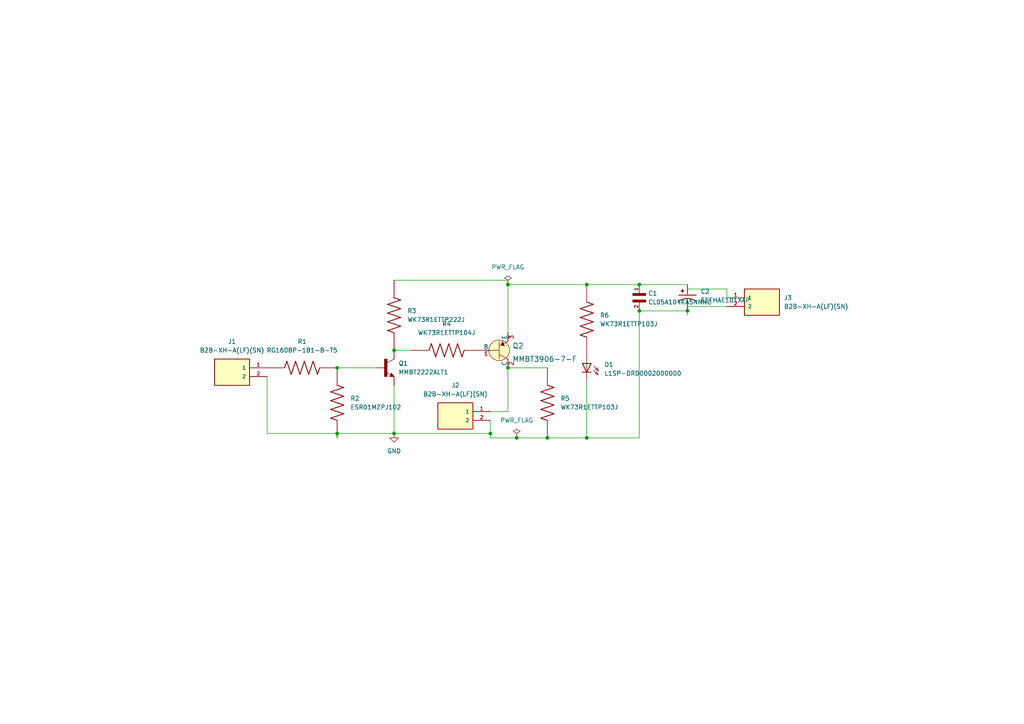
<source format=kicad_sch>
(kicad_sch (version 20211123) (generator eeschema)
  (paper "A4")
  (title_block (title "ASSIGNMENT-2") (date "2022-04-07") (rev "0.1") (company "SDEP"))
  (lib_symbols
    (symbol "B2B-XH-A_LF__SN_:B2B-XH-A(LF)(SN)" (pin_names (offset 1.016))
      (property "Reference" "J" (at -5.08 3.048 0))
      (property "Value" "B2B-XH-A(LF)(SN)" (at -5.08 -7.62 0))
      (symbol "B2B-XH-A(LF)(SN)_0_0"
        (rectangle (start -5.08 -5.08) (end 5.08 2.54) (stroke (width 0.254)) (fill (type background)))
        (pin passive line (at -10.16 0 0) (length 5.08) (name "1") (number "1"))
        (pin passive line (at -10.16 -2.54 0) (length 5.08) (name "2") (number "2"))
      )
    )
    (symbol "CL05A104KA5NNNC:CL05A104KA5NNNC" (pin_names (offset 1.016) hide)
      (property "Reference" "C" (at 0 3.81 0))
      (property "Value" "CL05A104KA5NNNC" (at 0 -5.08 0))
      (symbol "CL05A104KA5NNNC_0_0"
        (rectangle (start 0 -1.905) (end 0.635 1.905) (fill (type outline)))
        (rectangle (start 1.905 -1.905) (end 2.54 1.905) (fill (type outline)))
        (pin passive line (at 5.08 0 180) (length 2.54) (name "~") (number "1"))
        (pin passive line (at -2.54 0 0) (length 2.54) (name "~") (number "2"))
      )
    )
    (symbol "EEEHAE101XAP:EEEHAE101XAP" (pin_numbers hide) (pin_names (offset 1.016) hide)
      (property "Reference" "C" (at -2.54 3.81 0))
      (property "Value" "EEEHAE101XAP" (at -2.54 -5.08 0))
      (symbol "EEEHAE101XAP_0_0"
        (rectangle (start -1.1684 -1.524) (end -0.2794 -1.397) (fill (type outline)))
        (rectangle (start -0.7874 -1.905) (end -0.6604 -1.016) (fill (type outline)))
        (polyline (pts (xy 0 0) (xy 0.508 0)) (stroke (width 0.1524)))
        (polyline (pts (xy 0.508 0) (xy 0.508 -2.54)) (stroke (width 0.254)))
        (polyline (pts (xy 0.508 2.54) (xy 0.508 0)) (stroke (width 0.254)))
        (polyline (pts (xy 2.54 0) (xy 1.524 0)) (stroke (width 0.1524)))
        (arc (start 2.286 2.54) (mid 1.486 0) (end 2.286 -2.54) (stroke (width 0.254)))
        (pin passive line (at -2.54 0 0) (length 2.54) (name "~") (number "1"))
        (pin passive line (at 5.08 0 180) (length 2.54) (name "~") (number "2"))
      )
    )
    (symbol "ESR01MZPJ102:ESR01MZPJ102" (pin_numbers hide) (pin_names (offset 1.016) hide)
      (property "Reference" "R" (at -7.62 2.54 0))
      (property "Value" "ESR01MZPJ102" (at -7.62 -5.08 0))
      (symbol "ESR01MZPJ102_0_0"
        (polyline (pts (xy -5.08 0) (xy -4.445 1.905)) (stroke (width 0.254)))
        (polyline (pts (xy -4.445 1.905) (xy -3.175 -1.905)) (stroke (width 0.254)))
        (polyline (pts (xy -3.175 -1.905) (xy -1.905 1.905)) (stroke (width 0.254)))
        (polyline (pts (xy -1.905 1.905) (xy -0.635 -1.905)) (stroke (width 0.254)))
        (polyline (pts (xy -0.635 -1.905) (xy 0.635 1.905)) (stroke (width 0.254)))
        (polyline (pts (xy 0.635 1.905) (xy 1.905 -1.905)) (stroke (width 0.254)))
        (polyline (pts (xy 1.905 -1.905) (xy 3.175 1.905)) (stroke (width 0.254)))
        (polyline (pts (xy 3.175 1.905) (xy 4.445 -1.905)) (stroke (width 0.254)))
        (polyline (pts (xy 4.445 -1.905) (xy 5.08 0)) (stroke (width 0.254)))
        (pin passive line (at -10.16 0 0) (length 5.08) (name "~") (number "1"))
        (pin passive line (at 10.16 0 180) (length 5.08) (name "~") (number "2"))
      )
    )
    (symbol "L1SP-DRD0002000000:L1SP-DRD0002000000" (pin_numbers hide) (pin_names (offset 1.016) hide)
      (property "Reference" "D" (at -5.08 5.08 0))
      (property "Value" "L1SP-DRD0002000000" (at -5.08 -5.08 0))
      (symbol "L1SP-DRD0002000000_0_0"
        (polyline (pts (xy -2.54 -1.27) (xy -2.54 0)) (stroke (width 0.254)))
        (polyline (pts (xy -2.54 -1.27) (xy 0 0)) (stroke (width 0.254)))
        (polyline (pts (xy -2.54 0) (xy -2.54 1.27)) (stroke (width 0.254)))
        (polyline (pts (xy -2.54 0) (xy 0 0)) (stroke (width 0.1524)))
        (polyline (pts (xy -1.778 2.032) (xy -0.381 3.429)) (stroke (width 0.1524)))
        (polyline (pts (xy -0.635 1.905) (xy 0.762 3.302)) (stroke (width 0.1524)))
        (polyline (pts (xy 0 -1.27) (xy 0 0)) (stroke (width 0.254)))
        (polyline (pts (xy 0 0) (xy -2.54 1.27)) (stroke (width 0.254)))
        (polyline (pts (xy 0 0) (xy 0 1.27)) (stroke (width 0.254)))
        (polyline (pts (xy -0.381 3.429) (xy -1.27 3.048) (xy -0.762 2.54) (xy -0.381 3.429)) (stroke (width 0.1524)) (fill (type background)))
        (polyline (pts (xy 0.762 3.302) (xy -0.127 2.921) (xy 0.381 2.413) (xy 0.762 3.302)) (stroke (width 0.1524)) (fill (type background)))
        (pin passive line (at -5.08 0 0) (length 2.54) (name "~") (number "A"))
        (pin passive line (at 2.54 0 180) (length 2.54) (name "~") (number "K"))
      )
    )
    (symbol "MMBT2222ALT1:MMBT2222ALT1" (pin_numbers hide) (pin_names (offset 1.016) hide)
      (property "Reference" "Q" (at -10.16 7.62 0))
      (property "Value" "MMBT2222ALT1" (at -10.16 -7.62 0))
      (symbol "MMBT2222ALT1_0_0"
        (rectangle (start -0.254 -2.54) (end 0.508 2.54) (fill (type outline)))
        (polyline (pts (xy 1.27 -2.54) (xy 1.778 -1.524)) (stroke (width 0.1524)))
        (polyline (pts (xy 1.524 -2.413) (xy 2.286 -2.413)) (stroke (width 0.254)))
        (polyline (pts (xy 1.524 -2.286) (xy 1.905 -2.286)) (stroke (width 0.254)))
        (polyline (pts (xy 1.5494 -2.032) (xy 0.3048 -1.4224)) (stroke (width 0.1524)))
        (polyline (pts (xy 1.778 -1.778) (xy 1.524 -2.286)) (stroke (width 0.254)))
        (polyline (pts (xy 1.778 -1.524) (xy 2.54 -2.54)) (stroke (width 0.1524)))
        (polyline (pts (xy 1.905 -2.286) (xy 1.778 -2.032)) (stroke (width 0.254)))
        (polyline (pts (xy 2.286 -2.413) (xy 1.778 -1.778)) (stroke (width 0.254)))
        (polyline (pts (xy 2.54 -2.54) (xy 1.27 -2.54)) (stroke (width 0.1524)))
        (polyline (pts (xy 2.54 2.54) (xy 0.508 1.524)) (stroke (width 0.1524)))
        (pin passive line (at -2.54 0 0) (length 2.54) (name "~") (number "1"))
        (pin passive line (at 2.54 -5.08 90) (length 2.54) (name "~") (number "2"))
        (pin passive line (at 2.54 5.08 270) (length 2.54) (name "~") (number "3"))
      )
    )
    (symbol "RG1608P-181-B-T5:RG1608P-181-B-T5" (pin_numbers hide) (pin_names (offset 1.016) hide)
      (property "Reference" "R" (at -7.62 2.54 0))
      (property "Value" "RG1608P-181-B-T5" (at -7.62 -5.08 0))
      (symbol "RG1608P-181-B-T5_0_0"
        (polyline (pts (xy -5.08 0) (xy -4.445 1.905)) (stroke (width 0.254)))
        (polyline (pts (xy -4.445 1.905) (xy -3.175 -1.905)) (stroke (width 0.254)))
        (polyline (pts (xy -3.175 -1.905) (xy -1.905 1.905)) (stroke (width 0.254)))
        (polyline (pts (xy -1.905 1.905) (xy -0.635 -1.905)) (stroke (width 0.254)))
        (polyline (pts (xy -0.635 -1.905) (xy 0.635 1.905)) (stroke (width 0.254)))
        (polyline (pts (xy 0.635 1.905) (xy 1.905 -1.905)) (stroke (width 0.254)))
        (polyline (pts (xy 1.905 -1.905) (xy 3.175 1.905)) (stroke (width 0.254)))
        (polyline (pts (xy 3.175 1.905) (xy 4.445 -1.905)) (stroke (width 0.254)))
        (polyline (pts (xy 4.445 -1.905) (xy 5.08 0)) (stroke (width 0.254)))
        (pin passive line (at -10.16 0 0) (length 5.08) (name "~") (number "1"))
        (pin passive line (at 10.16 0 180) (length 5.08) (name "~") (number "2"))
      )
    )
    (symbol "WK73R1ETTP103J:WK73R1ETTP103J" (pin_numbers hide) (pin_names (offset 1.016) hide)
      (property "Reference" "R" (at -7.62 2.54 0))
      (property "Value" "WK73R1ETTP103J" (at -7.62 -5.08 0))
      (symbol "WK73R1ETTP103J_0_0"
        (polyline (pts (xy -5.08 0) (xy -4.445 1.905)) (stroke (width 0.254)))
        (polyline (pts (xy -4.445 1.905) (xy -3.175 -1.905)) (stroke (width 0.254)))
        (polyline (pts (xy -3.175 -1.905) (xy -1.905 1.905)) (stroke (width 0.254)))
        (polyline (pts (xy -1.905 1.905) (xy -0.635 -1.905)) (stroke (width 0.254)))
        (polyline (pts (xy -0.635 -1.905) (xy 0.635 1.905)) (stroke (width 0.254)))
        (polyline (pts (xy 0.635 1.905) (xy 1.905 -1.905)) (stroke (width 0.254)))
        (polyline (pts (xy 1.905 -1.905) (xy 3.175 1.905)) (stroke (width 0.254)))
        (polyline (pts (xy 3.175 1.905) (xy 4.445 -1.905)) (stroke (width 0.254)))
        (polyline (pts (xy 4.445 -1.905) (xy 5.08 0)) (stroke (width 0.254)))
        (pin passive line (at -10.16 0 0) (length 5.08) (name "~") (number "1"))
        (pin passive line (at 10.16 0 180) (length 5.08) (name "~") (number "2"))
      )
    )
    (symbol "WK73R1ETTP104J:WK73R1ETTP104J" (pin_numbers hide) (pin_names (offset 1.016) hide)
      (property "Reference" "R" (at -7.62 2.54 0))
      (property "Value" "WK73R1ETTP104J" (at -7.62 -5.08 0))
      (symbol "WK73R1ETTP104J_0_0"
        (polyline (pts (xy -5.08 0) (xy -4.445 1.905)) (stroke (width 0.254)))
        (polyline (pts (xy -4.445 1.905) (xy -3.175 -1.905)) (stroke (width 0.254)))
        (polyline (pts (xy -3.175 -1.905) (xy -1.905 1.905)) (stroke (width 0.254)))
        (polyline (pts (xy -1.905 1.905) (xy -0.635 -1.905)) (stroke (width 0.254)))
        (polyline (pts (xy -0.635 -1.905) (xy 0.635 1.905)) (stroke (width 0.254)))
        (polyline (pts (xy 0.635 1.905) (xy 1.905 -1.905)) (stroke (width 0.254)))
        (polyline (pts (xy 1.905 -1.905) (xy 3.175 1.905)) (stroke (width 0.254)))
        (polyline (pts (xy 3.175 1.905) (xy 4.445 -1.905)) (stroke (width 0.254)))
        (polyline (pts (xy 4.445 -1.905) (xy 5.08 0)) (stroke (width 0.254)))
        (pin passive line (at -10.16 0 0) (length 5.08) (name "~") (number "1"))
        (pin passive line (at 10.16 0 180) (length 5.08) (name "~") (number "2"))
      )
    )
    (symbol "WK73R1ETTP222J:WK73R1ETTP222J" (pin_numbers hide) (pin_names (offset 1.016) hide)
      (property "Reference" "R" (at -7.62 2.54 0))
      (property "Value" "WK73R1ETTP222J" (at -7.62 -5.08 0))
      (symbol "WK73R1ETTP222J_0_0"
        (polyline (pts (xy -5.08 0) (xy -4.445 1.905)) (stroke (width 0.254)))
        (polyline (pts (xy -4.445 1.905) (xy -3.175 -1.905)) (stroke (width 0.254)))
        (polyline (pts (xy -3.175 -1.905) (xy -1.905 1.905)) (stroke (width 0.254)))
        (polyline (pts (xy -1.905 1.905) (xy -0.635 -1.905)) (stroke (width 0.254)))
        (polyline (pts (xy -0.635 -1.905) (xy 0.635 1.905)) (stroke (width 0.254)))
        (polyline (pts (xy 0.635 1.905) (xy 1.905 -1.905)) (stroke (width 0.254)))
        (polyline (pts (xy 1.905 -1.905) (xy 3.175 1.905)) (stroke (width 0.254)))
        (polyline (pts (xy 3.175 1.905) (xy 4.445 -1.905)) (stroke (width 0.254)))
        (polyline (pts (xy 4.445 -1.905) (xy 5.08 0)) (stroke (width 0.254)))
        (pin passive line (at -10.16 0 0) (length 5.08) (name "~") (number "1"))
        (pin passive line (at 10.16 0 180) (length 5.08) (name "~") (number "2"))
      )
    )
    (symbol "dk_Transistors-Bipolar-BJT-Single:MMBT3906-7-F" (pin_names (offset 0))
      (property "Reference" "Q" (at -2.3876 3.9116 0))
      (property "Value" "MMBT3906-7-F" (at 5.08 0 90))
      (symbol "MMBT3906-7-F_0_1"
        (polyline (pts (xy -3.81 0) (xy -2.54 0)))
        (polyline (pts (xy -3.556 0) (xy 0 0)))
        (polyline (pts (xy 0 -1.27) (xy 2.54 -2.54)))
        (polyline (pts (xy 0 1.27) (xy 2.54 2.54)))
        (polyline (pts (xy 0 2.54) (xy 0 -2.54)))
        (polyline (pts (xy 1.016 2.54) (xy 0.508 1.524) (xy 1.524 1.27) (xy 1.016 2.54)) (fill (type outline)))
        (circle (center 0 0) (radius 2.9972) (fill (type background)))
      )
      (symbol "MMBT3906-7-F_1_1"
        (pin input line (at -5.08 0 0) (length 2.54) (name "B") (number "1"))
        (pin passive line (at 2.54 -5.08 90) (length 2.54) (name "C") (number "2"))
        (pin passive line (at 2.54 5.08 270) (length 2.54) (name "E") (number "3"))
      )
    )
    (symbol "power:GND" (power) (pin_names (offset 0))
      (property "Value" "GND" (at 0 -3.81 0))
      (symbol "GND_0_1"
        (polyline (pts (xy 0 0) (xy 0 -1.27) (xy 1.27 -1.27) (xy 0 -2.54) (xy -1.27 -1.27) (xy 0 -1.27)))
      )
      (symbol "GND_1_1"
        (pin power_in line (at 0 0 270) (length 0) hide (name "GND") (number "1"))
      )
    )
    (symbol "power:PWR_FLAG" (power) (pin_numbers hide) (pin_names (offset 0) hide)
      (property "Value" "PWR_FLAG" (at 0 3.81 0))
      (symbol "PWR_FLAG_0_0"
        (pin power_out line (at 0 0 90) (length 0) (name "pwr") (number "1"))
      )
      (symbol "PWR_FLAG_0_1"
        (polyline (pts (xy 0 0) (xy 0 1.27) (xy -1.016 1.905) (xy 0 2.54) (xy 1.016 1.905) (xy 0 1.27)))
      )
    )
  )
  (junction (at 147.32 82.55))
  (junction (at 170.18 127))
  (junction (at 114.3 125.73))
  (junction (at 97.79 125.73))
  (junction (at 199.39 90.17))
  (junction (at 185.42 90.17))
  (junction (at 158.75 127))
  (junction (at 149.86 127))
  (junction (at 142.24 125.73))
  (junction (at 185.42 82.55))
  (junction (at 147.32 106.68))
  (junction (at 97.79 106.68))
  (junction (at 114.3 101.6))
  (junction (at 170.18 82.55))
  (wire (pts (xy 158.75 127) (xy 170.18 127)))
  (wire (pts (xy 147.32 81.28) (xy 147.32 82.55)))
  (wire (pts (xy 199.39 90.17) (xy 185.42 90.17)))
  (wire (pts (xy 170.18 110.49) (xy 170.18 127)))
  (wire (pts (xy 149.86 127) (xy 142.24 127)))
  (wire (pts (xy 170.18 82.55) (xy 185.42 82.55)))
  (wire (pts (xy 97.79 125.73) (xy 77.47 125.73)))
  (wire (pts (xy 147.32 82.55) (xy 170.18 82.55)))
  (wire (pts (xy 114.3 111.76) (xy 114.3 125.73)))
  (wire (pts (xy 147.32 82.55) (xy 147.32 96.52)))
  (wire (pts (xy 77.47 125.73) (xy 77.47 109.22)))
  (wire (pts (xy 142.24 121.92) (xy 142.24 125.73)))
  (wire (pts (xy 147.32 119.38) (xy 142.24 119.38)))
  (wire (pts (xy 97.79 125.73) (xy 97.79 127)))
  (wire (pts (xy 158.75 106.68) (xy 147.32 106.68)))
  (wire (pts (xy 210.82 88.9) (xy 199.39 88.9)))
  (wire (pts (xy 199.39 88.9) (xy 199.39 90.17)))
  (wire (pts (xy 97.79 106.68) (xy 109.22 106.68)))
  (wire (pts (xy 185.42 82.55) (xy 199.39 82.55)))
  (wire (pts (xy 185.42 127) (xy 185.42 90.17)))
  (wire (pts (xy 114.3 125.73) (xy 142.24 125.73)))
  (wire (pts (xy 147.32 106.68) (xy 147.32 119.38)))
  (wire (pts (xy 114.3 81.28) (xy 147.32 81.28)))
  (wire (pts (xy 170.18 127) (xy 185.42 127)))
  (wire (pts (xy 199.39 91.44) (xy 199.39 90.17)))
  (wire (pts (xy 119.38 101.6) (xy 114.3 101.6)))
  (wire (pts (xy 199.39 83.82) (xy 210.82 83.82)))
  (wire (pts (xy 158.75 127) (xy 149.86 127)))
  (wire (pts (xy 210.82 83.82) (xy 210.82 86.36)))
  (wire (pts (xy 142.24 127) (xy 142.24 125.73)))
  (wire (pts (xy 97.79 125.73) (xy 114.3 125.73)))
  (symbol (lib_id "dk_Transistors-Bipolar-BJT-Single:MMBT3906-7-F") (at 144.78 101.6 0) (unit 1)
    (property "Reference" "Q2" (at 148.59 100.33 0) (effects (font (size 1.524 1.524)) (justify left)))
    (property "Value" "MMBT3906-7-F" (at 148.59 104.14 0) (effects (font (size 1.524 1.524)) (justify left)))
    (property "Footprint" "MMBT3906-7-F:SOT103P240X110-3N" (effects hide))
    (property "Datasheet" "https://media.digikey.com/pdf/Data%20Sheets/Diodes%20PDFs/MMBT3906.pdf" (effects hide))
    (property "Digi-Key_PN" "MMBT3906-FDICT-ND" (effects hide))
    (property "MPN" "MMBT3906-7-F" (effects hide))
    (property "Category" "Discrete Semiconductor Products" (effects hide))
    (property "Family" "Transistors - Bipolar (BJT) - Single" (effects hide))
    (property "DK_Datasheet_Link" "https://media.digikey.com/pdf/Data%20Sheets/Diodes%20PDFs/MMBT3906.pdf" (effects hide))
    (property "DK_Detail_Page" "/product-detail/en/diodes-incorporated/MMBT3906-7-F/MMBT3906-FDICT-ND/822858" (effects hide))
    (property "Description" "TRANS PNP 40V 0.2A SOT23-3" (effects hide))
    (property "Manufacturer" "Diodes Incorporated" (effects hide))
    (property "Status" "Active" (effects hide))
  )
  (symbol (lib_id "power:GND") (at 114.3 125.73 0) (unit 1)
    (property "Reference" "#PWR01" (effects hide))
    (property "Value" "GND" (at 114.3 130.81 0))
  )
  (symbol (lib_id "B2B-XH-A_LF__SN_:B2B-XH-A(LF)(SN)") (at 67.31 106.68 0) (mirror y) (unit 1)
    (property "Reference" "J1" (at 67.31 99.06 0))
    (property "Value" "B2B-XH-A(LF)(SN)" (at 67.31 101.6 0))
    (property "Footprint" "JST_B2B-XH-A(LF)(SN)" (effects hide))
    (property "AVAILABILITY" "In Stock" (effects hide))
    (property "PRICE" "None" (effects hide))
    (property "MP" "B2B-XH-A(LF)(SN)" (effects hide))
    (property "PACKAGE" "None" (effects hide))
    (property "DESCRIPTION" "Connector Header Through Hole 2 position 0.098 (2.50mm)" (effects hide))
    (property "MF" "JST Sales" (effects hide))
  )
  (symbol (lib_id "power:PWR_FLAG") (at 147.32 82.55 0) (unit 1)
    (property "Reference" "#FLG0101" (effects hide))
    (property "Value" "PWR_FLAG" (at 147.32 77.47 0))
  )
  (symbol (lib_id "WK73R1ETTP103J:WK73R1ETTP103J") (at 158.75 116.84 90) (unit 1)
    (property "Reference" "R5" (at 162.56 115.5699 90) (effects (justify right)))
    (property "Value" "WK73R1ETTP103J" (at 162.56 118.1099 90) (effects (justify right)))
    (property "Footprint" "WK73R1ETTP103J:RESC0510X40N" (effects hide))
  )
  (symbol (lib_id "B2B-XH-A_LF__SN_:B2B-XH-A(LF)(SN)") (at 220.98 86.36 0) (unit 1)
    (property "Reference" "J3" (at 227.33 86.3599 0) (effects (justify left)))
    (property "Value" "B2B-XH-A(LF)(SN)" (at 227.33 88.8999 0) (effects (justify left)))
    (property "Footprint" "JST_B2B-XH-A(LF)(SN)" (effects hide))
    (property "AVAILABILITY" "In Stock" (effects hide))
    (property "PRICE" "None" (effects hide))
    (property "MP" "B2B-XH-A(LF)(SN)" (effects hide))
    (property "PACKAGE" "None" (effects hide))
    (property "DESCRIPTION" "Connector Header Through Hole 2 position 0.098 (2.50mm)" (effects hide))
    (property "MF" "JST Sales" (effects hide))
  )
  (symbol (lib_id "MMBT2222ALT1:MMBT2222ALT1") (at 111.76 106.68 0) (unit 1)
    (property "Reference" "Q1" (at 115.57 105.4099 0) (effects (justify left)))
    (property "Value" "MMBT2222ALT1" (at 115.57 107.9499 0) (effects (justify left)))
    (property "Footprint" "MMBT2222ALT1:SOT95P237X111-3N" (effects hide))
    (property "STANDARD" "IPC-7351B" (effects hide))
    (property "MANUFACTURER" "ON Semiconductor" (effects hide))
    (property "PARTREV" "11" (effects hide))
  )
  (symbol (lib_id "B2B-XH-A_LF__SN_:B2B-XH-A(LF)(SN)") (at 132.08 119.38 0) (mirror y) (unit 1)
    (property "Reference" "J2" (at 132.08 111.76 0))
    (property "Value" "B2B-XH-A(LF)(SN)" (at 132.08 114.3 0))
    (property "Footprint" "JST_B2B-XH-A(LF)(SN)" (effects hide))
    (property "AVAILABILITY" "In Stock" (effects hide))
    (property "PRICE" "None" (effects hide))
    (property "MP" "B2B-XH-A(LF)(SN)" (effects hide))
    (property "PACKAGE" "None" (effects hide))
    (property "DESCRIPTION" "Connector Header Through Hole 2 position 0.098 (2.50mm)" (effects hide))
    (property "MF" "JST Sales" (effects hide))
  )
  (symbol (lib_id "WK73R1ETTP103J:WK73R1ETTP103J") (at 170.18 92.71 90) (unit 1)
    (property "Reference" "R6" (at 173.99 91.4399 90) (effects (justify right)))
    (property "Value" "WK73R1ETTP103J" (at 173.99 93.9799 90) (effects (justify right)))
    (property "Footprint" "WK73R1ETTP103J:RESC0510X40N" (effects hide))
  )
  (symbol (lib_id "power:PWR_FLAG") (at 149.86 127 0) (unit 1)
    (property "Reference" "#FLG0102" (effects hide))
    (property "Value" "PWR_FLAG" (at 149.86 121.92 0))
  )
  (symbol (lib_id "ESR01MZPJ102:ESR01MZPJ102") (at 97.79 116.84 90) (unit 1)
    (property "Reference" "R2" (at 101.6 115.5699 90) (effects (justify right)))
    (property "Value" "ESR01MZPJ102" (at 101.6 118.1099 90) (effects (justify right)))
    (property "Footprint" "ESR01MZPJ102:RESC1005X40N" (effects hide))
  )
  (symbol (lib_id "L1SP-DRD0002000000:L1SP-DRD0002000000") (at 170.18 107.95 270) (unit 1)
    (property "Reference" "D1" (at 175.26 105.7655 90) (effects (justify left)))
    (property "Value" "L1SP-DRD0002000000" (at 175.26 108.3055 90) (effects (justify left)))
    (property "Footprint" "L1SP-DRD0002000000:LED_L1SP-DRD0002000000" (effects hide))
    (property "MANUFACTURER" "LUXEON" (effects hide))
  )
  (symbol (lib_id "CL05A104KA5NNNC:CL05A104KA5NNNC") (at 185.42 87.63 90) (unit 1)
    (property "Reference" "C1" (at 187.96 85.0899 90) (effects (justify right)))
    (property "Value" "CL05A104KA5NNNC" (at 187.96 87.6299 90) (effects (justify right)))
    (property "Footprint" "CL05A104KA5NNNC:CAPC1005X55N" (effects hide))
  )
  (symbol (lib_id "WK73R1ETTP222J:WK73R1ETTP222J") (at 114.3 91.44 90) (unit 1)
    (property "Reference" "R3" (at 118.11 90.1699 90) (effects (justify right)))
    (property "Value" "WK73R1ETTP222J" (at 118.11 92.7099 90) (effects (justify right)))
    (property "Footprint" "WK73R1ETTP222J:RESC0510X40N" (effects hide))
  )
  (symbol (lib_id "EEEHAE101XAP:EEEHAE101XAP") (at 199.39 85.09 270) (unit 1)
    (property "Reference" "C2" (at 203.2 84.5438 90) (effects (justify left)))
    (property "Value" "EEEHAE101XAP" (at 203.2 87.0838 90) (effects (justify left)))
    (property "Footprint" "EEEHAE101XAP:CAP_EEEHAE101XAP" (effects hide))
    (property "STANDARD" "Manufacturer Recommendations" (effects hide))
    (property "PARTREV" "10-Oct-19" (effects hide))
    (property "MANUFACTURER" "Panasonic" (effects hide))
    (property "MAXIMUM_PACKAGE_HEIGHT" "7.7mm" (effects hide))
  )
  (symbol (lib_id "RG1608P-181-B-T5:RG1608P-181-B-T5") (at 87.63 106.68 0) (unit 1)
    (property "Reference" "R1" (at 87.63 99.06 0))
    (property "Value" "RG1608P-181-B-T5" (at 87.63 101.6 0))
    (property "Footprint" "RG1608P-181-B-T5:RESC1608X50N" (effects hide))
  )
  (symbol (lib_id "WK73R1ETTP104J:WK73R1ETTP104J") (at 129.54 101.6 0) (unit 1)
    (property "Reference" "R4" (at 129.54 93.98 0))
    (property "Value" "WK73R1ETTP104J" (at 129.54 96.52 0))
    (property "Footprint" "WK73R1ETTP104J:RESC0510X40N" (effects hide))
  )
)
</source>
